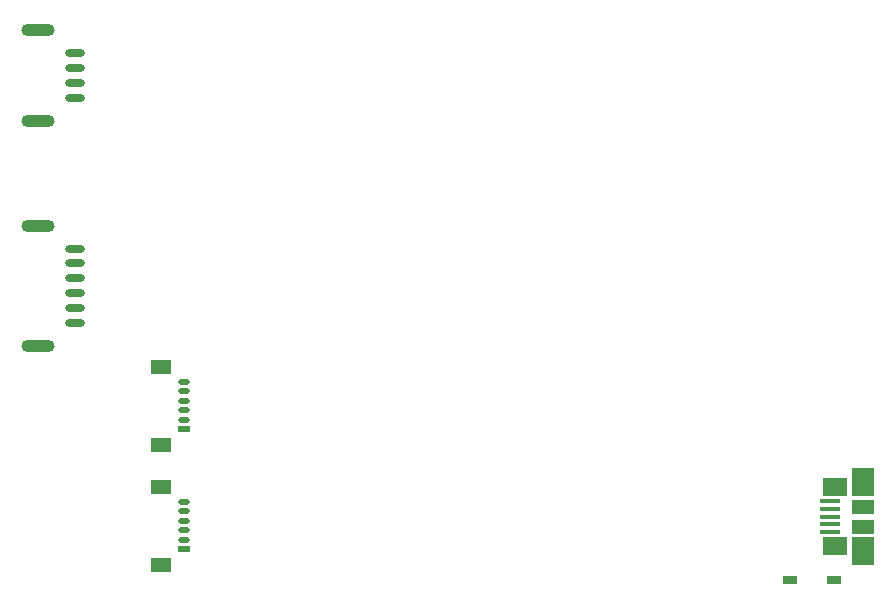
<source format=gbp>
%FSLAX42Y42*%
%MOMM*%
G71*
G01*
G75*
G04 Layer_Color=128*
%ADD10C,0.20*%
%ADD11C,0.25*%
%ADD12C,1.50*%
%ADD13C,0.50*%
%ADD14C,1.30*%
%ADD15C,2.55*%
%ADD16C,2.30*%
%ADD17C,3.00*%
%ADD18R,1.50X1.50*%
%ADD19C,1.50*%
%ADD20R,1.50X1.50*%
%ADD21C,2.54*%
%ADD22C,1.27*%
%ADD23C,0.60*%
G04:AMPARAMS|DCode=24|XSize=0.61mm|YSize=1.7mm|CornerRadius=0.3mm|HoleSize=0mm|Usage=FLASHONLY|Rotation=90.000|XOffset=0mm|YOffset=0mm|HoleType=Round|Shape=RoundedRectangle|*
%AMROUNDEDRECTD24*
21,1,0.61,1.09,0,0,90.0*
21,1,0.00,1.70,0,0,90.0*
1,1,0.61,0.55,0.00*
1,1,0.61,0.55,0.00*
1,1,0.61,-0.55,0.00*
1,1,0.61,-0.55,0.00*
%
%ADD24ROUNDEDRECTD24*%
G04:AMPARAMS|DCode=25|XSize=2.82mm|YSize=1.02mm|CornerRadius=0.51mm|HoleSize=0mm|Usage=FLASHONLY|Rotation=0.000|XOffset=0mm|YOffset=0mm|HoleType=Round|Shape=RoundedRectangle|*
%AMROUNDEDRECTD25*
21,1,2.82,0.00,0,0,0.0*
21,1,1.80,1.02,0,0,0.0*
1,1,1.02,0.90,0.00*
1,1,1.02,-0.90,0.00*
1,1,1.02,-0.90,0.00*
1,1,1.02,0.90,0.00*
%
%ADD25ROUNDEDRECTD25*%
%ADD26R,1.70X0.46*%
%ADD27R,1.70X0.40*%
%ADD28R,2.11X1.50*%
%ADD29R,1.91X2.39*%
%ADD30R,1.91X1.19*%
%ADD31R,1.70X1.20*%
G04:AMPARAMS|DCode=32|XSize=0.5mm|YSize=1mm|CornerRadius=0.25mm|HoleSize=0mm|Usage=FLASHONLY|Rotation=270.000|XOffset=0mm|YOffset=0mm|HoleType=Round|Shape=RoundedRectangle|*
%AMROUNDEDRECTD32*
21,1,0.50,0.50,0,0,270.0*
21,1,0.00,1.00,0,0,270.0*
1,1,0.50,-0.25,0.00*
1,1,0.50,-0.25,0.00*
1,1,0.50,0.25,0.00*
1,1,0.50,0.25,0.00*
%
%ADD32ROUNDEDRECTD32*%
%ADD33R,1.00X0.50*%
%ADD34R,1.22X0.71*%
%ADD35C,0.38*%
%ADD36C,0.13*%
%ADD37C,1.50*%
%ADD38C,2.76*%
%ADD39C,2.51*%
%ADD40C,3.20*%
%ADD41R,1.70X1.70*%
%ADD42C,1.70*%
%ADD43R,1.70X1.70*%
%ADD44C,2.74*%
G04:AMPARAMS|DCode=45|XSize=0.81mm|YSize=1.91mm|CornerRadius=0.41mm|HoleSize=0mm|Usage=FLASHONLY|Rotation=90.000|XOffset=0mm|YOffset=0mm|HoleType=Round|Shape=RoundedRectangle|*
%AMROUNDEDRECTD45*
21,1,0.81,1.09,0,0,90.0*
21,1,0.00,1.91,0,0,90.0*
1,1,0.81,0.55,0.00*
1,1,0.81,0.55,0.00*
1,1,0.81,-0.55,0.00*
1,1,0.81,-0.55,0.00*
%
%ADD45ROUNDEDRECTD45*%
G04:AMPARAMS|DCode=46|XSize=3.02mm|YSize=1.22mm|CornerRadius=0.61mm|HoleSize=0mm|Usage=FLASHONLY|Rotation=0.000|XOffset=0mm|YOffset=0mm|HoleType=Round|Shape=RoundedRectangle|*
%AMROUNDEDRECTD46*
21,1,3.02,0.00,0,0,0.0*
21,1,1.80,1.22,0,0,0.0*
1,1,1.22,0.90,0.00*
1,1,1.22,-0.90,0.00*
1,1,1.22,-0.90,0.00*
1,1,1.22,0.90,0.00*
%
%ADD46ROUNDEDRECTD46*%
%ADD47R,1.91X0.66*%
%ADD48R,1.91X0.60*%
%ADD49R,2.31X1.70*%
%ADD50R,2.11X2.59*%
%ADD51R,2.11X1.40*%
%ADD52R,1.90X1.40*%
G04:AMPARAMS|DCode=53|XSize=0.7mm|YSize=1.2mm|CornerRadius=0.35mm|HoleSize=0mm|Usage=FLASHONLY|Rotation=270.000|XOffset=0mm|YOffset=0mm|HoleType=Round|Shape=RoundedRectangle|*
%AMROUNDEDRECTD53*
21,1,0.70,0.50,0,0,270.0*
21,1,0.00,1.20,0,0,270.0*
1,1,0.70,-0.25,0.00*
1,1,0.70,-0.25,0.00*
1,1,0.70,0.25,0.00*
1,1,0.70,0.25,0.00*
%
%ADD53ROUNDEDRECTD53*%
%ADD54R,1.20X0.70*%
%ADD55R,1.42X0.91*%
D24*
X-3519Y1582D02*
D03*
X-3519Y1457D02*
D03*
X-3519Y1332D02*
D03*
X-3519Y1206D02*
D03*
Y1082D02*
D03*
Y955D02*
D03*
Y2860D02*
D03*
X-3519Y2984D02*
D03*
X-3519Y3110D02*
D03*
X-3519Y3235D02*
D03*
D25*
X-3834Y1777D02*
D03*
Y762D02*
D03*
X-3834Y2664D02*
D03*
X-3834Y3430D02*
D03*
D26*
X2868Y-686D02*
D03*
X2868Y-620D02*
D03*
X2868Y-816D02*
D03*
X2868Y-554D02*
D03*
D27*
Y-751D02*
D03*
D28*
X2918Y-434D02*
D03*
X2918Y-936D02*
D03*
D29*
X3150Y-389D02*
D03*
X3150Y-981D02*
D03*
D30*
Y-770D02*
D03*
X3150Y-602D02*
D03*
D31*
X-2789Y584D02*
D03*
X-2789Y-76D02*
D03*
X-2789Y-432D02*
D03*
X-2789Y-1092D02*
D03*
D32*
X-2594Y454D02*
D03*
X-2594Y374D02*
D03*
X-2594Y294D02*
D03*
X-2594Y214D02*
D03*
X-2594Y134D02*
D03*
Y-562D02*
D03*
X-2594Y-642D02*
D03*
X-2594Y-722D02*
D03*
X-2594Y-802D02*
D03*
X-2594Y-882D02*
D03*
D33*
X-2594Y54D02*
D03*
Y-962D02*
D03*
D34*
X2533Y-1219D02*
D03*
X2903Y-1219D02*
D03*
M02*

</source>
